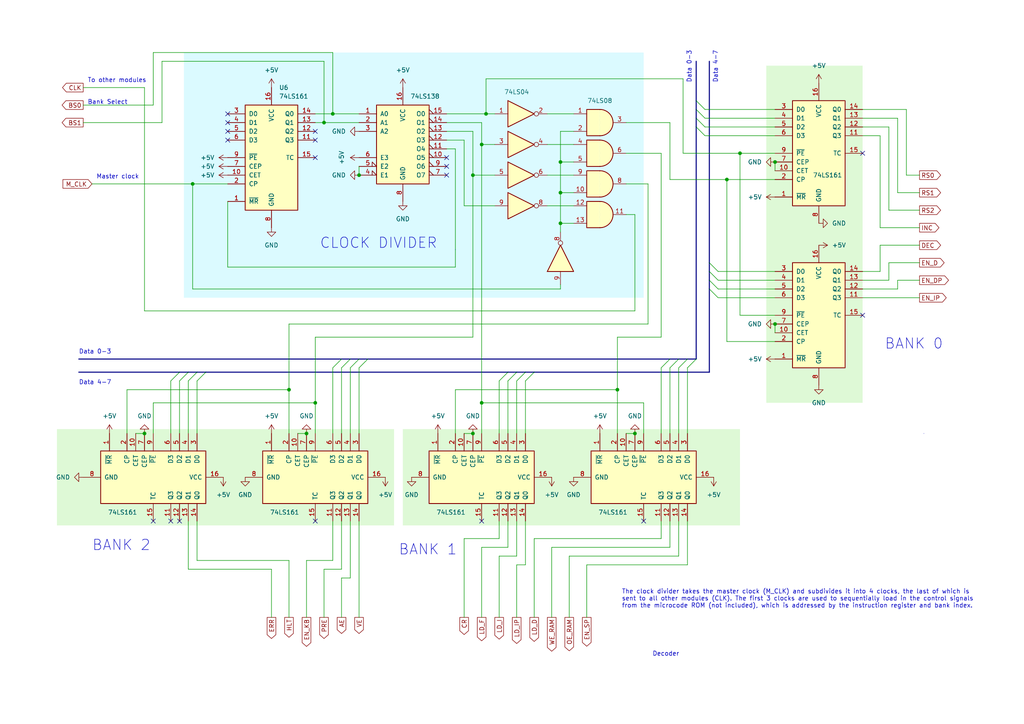
<source format=kicad_sch>
(kicad_sch (version 20230121) (generator eeschema)
  (paper "A4")
  (lib_symbols
    (symbol "74xx:74LS04"
      (property "Reference" "U" (at 0 1.27 0))
      (property "Value" "74LS04" (at 0 -1.27 0))
      (symbol "74LS04_1_0"
        (polyline (pts (xy -3.81 3.81) (xy -3.81 -3.81) (xy 3.81 0) (xy -3.81 3.81)) (stroke (width 0.254)) (fill (type background)))
        (pin input line (at -7.62 0 0) (length 3.81) (name "~") (number "1"))
        (pin output inverted (at 7.62 0 180) (length 3.81) (name "~") (number "2"))
      )
      (symbol "74LS04_2_0"
        (polyline (pts (xy -3.81 3.81) (xy -3.81 -3.81) (xy 3.81 0) (xy -3.81 3.81)) (stroke (width 0.254)) (fill (type background)))
        (pin input line (at -7.62 0 0) (length 3.81) (name "~") (number "3"))
        (pin output inverted (at 7.62 0 180) (length 3.81) (name "~") (number "4"))
      )
      (symbol "74LS04_3_0"
        (polyline (pts (xy -3.81 3.81) (xy -3.81 -3.81) (xy 3.81 0) (xy -3.81 3.81)) (stroke (width 0.254)) (fill (type background)))
        (pin input line (at -7.62 0 0) (length 3.81) (name "~") (number "5"))
        (pin output inverted (at 7.62 0 180) (length 3.81) (name "~") (number "6"))
      )
      (symbol "74LS04_4_0"
        (polyline (pts (xy -3.81 3.81) (xy -3.81 -3.81) (xy 3.81 0) (xy -3.81 3.81)) (stroke (width 0.254)) (fill (type background)))
        (pin output inverted (at 7.62 0 180) (length 3.81) (name "~") (number "8"))
        (pin input line (at -7.62 0 0) (length 3.81) (name "~") (number "9"))
      )
      (symbol "74LS04_5_0"
        (polyline (pts (xy -3.81 3.81) (xy -3.81 -3.81) (xy 3.81 0) (xy -3.81 3.81)) (stroke (width 0.254)) (fill (type background)))
        (pin output inverted (at 7.62 0 180) (length 3.81) (name "~") (number "10"))
        (pin input line (at -7.62 0 0) (length 3.81) (name "~") (number "11"))
      )
      (symbol "74LS04_6_0"
        (polyline (pts (xy -3.81 3.81) (xy -3.81 -3.81) (xy 3.81 0) (xy -3.81 3.81)) (stroke (width 0.254)) (fill (type background)))
        (pin output inverted (at 7.62 0 180) (length 3.81) (name "~") (number "12"))
        (pin input line (at -7.62 0 0) (length 3.81) (name "~") (number "13"))
      )
      (symbol "74LS04_7_0"
        (pin power_in line (at 0 12.7 270) (length 5.08) (name "VCC") (number "14"))
        (pin power_in line (at 0 -12.7 90) (length 5.08) (name "GND") (number "7"))
      )
      (symbol "74LS04_7_1"
        (rectangle (start -5.08 7.62) (end 5.08 -7.62) (stroke (width 0.254)) (fill (type background)))
      )
    )
    (symbol "74xx:74LS08" (pin_names (offset 1.016))
      (property "Reference" "U" (at 0 1.27 0))
      (property "Value" "74LS08" (at 0 -1.27 0))
      (symbol "74LS08_1_1"
        (arc (start 0 -3.81) (mid 3.7934 0) (end 0 3.81) (stroke (width 0.254)) (fill (type background)))
        (polyline (pts (xy 0 3.81) (xy -3.81 3.81) (xy -3.81 -3.81) (xy 0 -3.81)) (stroke (width 0.254)) (fill (type background)))
        (pin input line (at -7.62 2.54 0) (length 3.81) (name "~") (number "1"))
        (pin input line (at -7.62 -2.54 0) (length 3.81) (name "~") (number "2"))
        (pin output line (at 7.62 0 180) (length 3.81) (name "~") (number "3"))
      )
      (symbol "74LS08_1_2"
        (arc (start -3.81 -3.81) (mid -2.589 0) (end -3.81 3.81) (stroke (width 0.254)))
        (arc (start -0.6096 -3.81) (mid 2.1842 -2.5851) (end 3.81 0) (stroke (width 0.254)) (fill (type background)))
        (polyline (pts (xy -3.81 -3.81) (xy -0.635 -3.81)) (stroke (width 0.254)) (fill (type background)))
        (polyline (pts (xy -3.81 3.81) (xy -0.635 3.81)) (stroke (width 0.254)) (fill (type background)))
        (polyline (pts (xy -0.635 3.81) (xy -3.81 3.81) (xy -3.81 3.81) (xy -3.556 3.4036) (xy -3.0226 2.2606) (xy -2.6924 1.0414) (xy -2.6162 -0.254) (xy -2.7686 -1.4986) (xy -3.175 -2.7178) (xy -3.81 -3.81) (xy -3.81 -3.81) (xy -0.635 -3.81)) (stroke (width -25.4)) (fill (type background)))
        (arc (start 3.81 0) (mid 2.1915 2.5936) (end -0.6096 3.81) (stroke (width 0.254)) (fill (type background)))
        (pin input inverted (at -7.62 2.54 0) (length 4.318) (name "~") (number "1"))
        (pin input inverted (at -7.62 -2.54 0) (length 4.318) (name "~") (number "2"))
        (pin output inverted (at 7.62 0 180) (length 3.81) (name "~") (number "3"))
      )
      (symbol "74LS08_2_1"
        (arc (start 0 -3.81) (mid 3.7934 0) (end 0 3.81) (stroke (width 0.254)) (fill (type background)))
        (polyline (pts (xy 0 3.81) (xy -3.81 3.81) (xy -3.81 -3.81) (xy 0 -3.81)) (stroke (width 0.254)) (fill (type background)))
        (pin input line (at -7.62 2.54 0) (length 3.81) (name "~") (number "4"))
        (pin input line (at -7.62 -2.54 0) (length 3.81) (name "~") (number "5"))
        (pin output line (at 7.62 0 180) (length 3.81) (name "~") (number "6"))
      )
      (symbol "74LS08_2_2"
        (arc (start -3.81 -3.81) (mid -2.589 0) (end -3.81 3.81) (stroke (width 0.254)))
        (arc (start -0.6096 -3.81) (mid 2.1842 -2.5851) (end 3.81 0) (stroke (width 0.254)) (fill (type background)))
        (polyline (pts (xy -3.81 -3.81) (xy -0.635 -3.81)) (stroke (width 0.254)) (fill (type background)))
        (polyline (pts (xy -3.81 3.81) (xy -0.635 3.81)) (stroke (width 0.254)) (fill (type background)))
        (polyline (pts (xy -0.635 3.81) (xy -3.81 3.81) (xy -3.81 3.81) (xy -3.556 3.4036) (xy -3.0226 2.2606) (xy -2.6924 1.0414) (xy -2.6162 -0.254) (xy -2.7686 -1.4986) (xy -3.175 -2.7178) (xy -3.81 -3.81) (xy -3.81 -3.81) (xy -0.635 -3.81)) (stroke (width -25.4)) (fill (type background)))
        (arc (start 3.81 0) (mid 2.1915 2.5936) (end -0.6096 3.81) (stroke (width 0.254)) (fill (type background)))
        (pin input inverted (at -7.62 2.54 0) (length 4.318) (name "~") (number "4"))
        (pin input inverted (at -7.62 -2.54 0) (length 4.318) (name "~") (number "5"))
        (pin output inverted (at 7.62 0 180) (length 3.81) (name "~") (number "6"))
      )
      (symbol "74LS08_3_1"
        (arc (start 0 -3.81) (mid 3.7934 0) (end 0 3.81) (stroke (width 0.254)) (fill (type background)))
        (polyline (pts (xy 0 3.81) (xy -3.81 3.81) (xy -3.81 -3.81) (xy 0 -3.81)) (stroke (width 0.254)) (fill (type background)))
        (pin input line (at -7.62 -2.54 0) (length 3.81) (name "~") (number "10"))
        (pin output line (at 7.62 0 180) (length 3.81) (name "~") (number "8"))
        (pin input line (at -7.62 2.54 0) (length 3.81) (name "~") (number "9"))
      )
      (symbol "74LS08_3_2"
        (arc (start -3.81 -3.81) (mid -2.589 0) (end -3.81 3.81) (stroke (width 0.254)))
        (arc (start -0.6096 -3.81) (mid 2.1842 -2.5851) (end 3.81 0) (stroke (width 0.254)) (fill (type background)))
        (polyline (pts (xy -3.81 -3.81) (xy -0.635 -3.81)) (stroke (width 0.254)) (fill (type background)))
        (polyline (pts (xy -3.81 3.81) (xy -0.635 3.81)) (stroke (width 0.254)) (fill (type background)))
        (polyline (pts (xy -0.635 3.81) (xy -3.81 3.81) (xy -3.81 3.81) (xy -3.556 3.4036) (xy -3.0226 2.2606) (xy -2.6924 1.0414) (xy -2.6162 -0.254) (xy -2.7686 -1.4986) (xy -3.175 -2.7178) (xy -3.81 -3.81) (xy -3.81 -3.81) (xy -0.635 -3.81)) (stroke (width -25.4)) (fill (type background)))
        (arc (start 3.81 0) (mid 2.1915 2.5936) (end -0.6096 3.81) (stroke (width 0.254)) (fill (type background)))
        (pin input inverted (at -7.62 -2.54 0) (length 4.318) (name "~") (number "10"))
        (pin output inverted (at 7.62 0 180) (length 3.81) (name "~") (number "8"))
        (pin input inverted (at -7.62 2.54 0) (length 4.318) (name "~") (number "9"))
      )
      (symbol "74LS08_4_1"
        (arc (start 0 -3.81) (mid 3.7934 0) (end 0 3.81) (stroke (width 0.254)) (fill (type background)))
        (polyline (pts (xy 0 3.81) (xy -3.81 3.81) (xy -3.81 -3.81) (xy 0 -3.81)) (stroke (width 0.254)) (fill (type background)))
        (pin output line (at 7.62 0 180) (length 3.81) (name "~") (number "11"))
        (pin input line (at -7.62 2.54 0) (length 3.81) (name "~") (number "12"))
        (pin input line (at -7.62 -2.54 0) (length 3.81) (name "~") (number "13"))
      )
      (symbol "74LS08_4_2"
        (arc (start -3.81 -3.81) (mid -2.589 0) (end -3.81 3.81) (stroke (width 0.254)))
        (arc (start -0.6096 -3.81) (mid 2.1842 -2.5851) (end 3.81 0) (stroke (width 0.254)) (fill (type background)))
        (polyline (pts (xy -3.81 -3.81) (xy -0.635 -3.81)) (stroke (width 0.254)) (fill (type background)))
        (polyline (pts (xy -3.81 3.81) (xy -0.635 3.81)) (stroke (width 0.254)) (fill (type background)))
        (polyline (pts (xy -0.635 3.81) (xy -3.81 3.81) (xy -3.81 3.81) (xy -3.556 3.4036) (xy -3.0226 2.2606) (xy -2.6924 1.0414) (xy -2.6162 -0.254) (xy -2.7686 -1.4986) (xy -3.175 -2.7178) (xy -3.81 -3.81) (xy -3.81 -3.81) (xy -0.635 -3.81)) (stroke (width -25.4)) (fill (type background)))
        (arc (start 3.81 0) (mid 2.1915 2.5936) (end -0.6096 3.81) (stroke (width 0.254)) (fill (type background)))
        (pin output inverted (at 7.62 0 180) (length 3.81) (name "~") (number "11"))
        (pin input inverted (at -7.62 2.54 0) (length 4.318) (name "~") (number "12"))
        (pin input inverted (at -7.62 -2.54 0) (length 4.318) (name "~") (number "13"))
      )
      (symbol "74LS08_5_0"
        (pin power_in line (at 0 12.7 270) (length 5.08) (name "VCC") (number "14"))
        (pin power_in line (at 0 -12.7 90) (length 5.08) (name "GND") (number "7"))
      )
      (symbol "74LS08_5_1"
        (rectangle (start -5.08 7.62) (end 5.08 -7.62) (stroke (width 0.254)) (fill (type background)))
      )
    )
    (symbol "74xx:74LS138" (pin_names (offset 1.016))
      (property "Reference" "U" (at -7.62 11.43 0))
      (property "Value" "74LS138" (at -7.62 -13.97 0))
      (symbol "74LS138_1_0"
        (pin input line (at -12.7 7.62 0) (length 5.08) (name "A0") (number "1"))
        (pin output output_low (at 12.7 -5.08 180) (length 5.08) (name "O5") (number "10"))
        (pin output output_low (at 12.7 -2.54 180) (length 5.08) (name "O4") (number "11"))
        (pin output output_low (at 12.7 0 180) (length 5.08) (name "O3") (number "12"))
        (pin output output_low (at 12.7 2.54 180) (length 5.08) (name "O2") (number "13"))
        (pin output output_low (at 12.7 5.08 180) (length 5.08) (name "O1") (number "14"))
        (pin output output_low (at 12.7 7.62 180) (length 5.08) (name "O0") (number "15"))
        (pin power_in line (at 0 15.24 270) (length 5.08) (name "VCC") (number "16"))
        (pin input line (at -12.7 5.08 0) (length 5.08) (name "A1") (number "2"))
        (pin input line (at -12.7 2.54 0) (length 5.08) (name "A2") (number "3"))
        (pin input input_low (at -12.7 -10.16 0) (length 5.08) (name "E1") (number "4"))
        (pin input input_low (at -12.7 -7.62 0) (length 5.08) (name "E2") (number "5"))
        (pin input line (at -12.7 -5.08 0) (length 5.08) (name "E3") (number "6"))
        (pin output output_low (at 12.7 -10.16 180) (length 5.08) (name "O7") (number "7"))
        (pin power_in line (at 0 -17.78 90) (length 5.08) (name "GND") (number "8"))
        (pin output output_low (at 12.7 -7.62 180) (length 5.08) (name "O6") (number "9"))
      )
      (symbol "74LS138_1_1"
        (rectangle (start -7.62 10.16) (end 7.62 -12.7) (stroke (width 0.254)) (fill (type background)))
      )
    )
    (symbol "74xx:74LS161" (pin_names (offset 1.016))
      (property "Reference" "U" (at -7.62 16.51 0))
      (property "Value" "74LS161" (at -7.62 -16.51 0))
      (symbol "74LS161_1_0"
        (pin input line (at -12.7 -12.7 0) (length 5.08) (name "~{MR}") (number "1"))
        (pin input line (at -12.7 -5.08 0) (length 5.08) (name "CET") (number "10"))
        (pin output line (at 12.7 5.08 180) (length 5.08) (name "Q3") (number "11"))
        (pin output line (at 12.7 7.62 180) (length 5.08) (name "Q2") (number "12"))
        (pin output line (at 12.7 10.16 180) (length 5.08) (name "Q1") (number "13"))
        (pin output line (at 12.7 12.7 180) (length 5.08) (name "Q0") (number "14"))
        (pin output line (at 12.7 0 180) (length 5.08) (name "TC") (number "15"))
        (pin power_in line (at 0 20.32 270) (length 5.08) (name "VCC") (number "16"))
        (pin input line (at -12.7 -7.62 0) (length 5.08) (name "CP") (number "2"))
        (pin input line (at -12.7 12.7 0) (length 5.08) (name "D0") (number "3"))
        (pin input line (at -12.7 10.16 0) (length 5.08) (name "D1") (number "4"))
        (pin input line (at -12.7 7.62 0) (length 5.08) (name "D2") (number "5"))
        (pin input line (at -12.7 5.08 0) (length 5.08) (name "D3") (number "6"))
        (pin input line (at -12.7 -2.54 0) (length 5.08) (name "CEP") (number "7"))
        (pin power_in line (at 0 -20.32 90) (length 5.08) (name "GND") (number "8"))
        (pin input line (at -12.7 0 0) (length 5.08) (name "~{PE}") (number "9"))
      )
      (symbol "74LS161_1_1"
        (rectangle (start -7.62 15.24) (end 7.62 -15.24) (stroke (width 0.254)) (fill (type background)))
      )
    )
    (symbol "power:+5V" (power) (pin_names (offset 0))
      (property "Value" "+5V" (at 0 3.556 0))
      (symbol "+5V_0_1"
        (polyline (pts (xy -0.762 1.27) (xy 0 2.54)))
        (polyline (pts (xy 0 0) (xy 0 2.54)))
        (polyline (pts (xy 0 2.54) (xy 0.762 1.27)))
      )
      (symbol "+5V_1_1"
        (pin power_in line (at 0 0 90) (length 0) hide (name "+5V") (number "1"))
      )
    )
    (symbol "power:GND" (power) (pin_names (offset 0))
      (property "Value" "GND" (at 0 -3.81 0))
      (symbol "GND_0_1"
        (polyline (pts (xy 0 0) (xy 0 -1.27) (xy 1.27 -1.27) (xy 0 -2.54) (xy -1.27 -1.27) (xy 0 -1.27)))
      )
      (symbol "GND_1_1"
        (pin power_in line (at 0 0 270) (length 0) hide (name "GND") (number "1"))
      )
    )
  )
  (junction (at 140.97 33.02))
  (junction (at 104.14 50.8))
  (junction (at 137.16 50.8))
  (junction (at 83.82 113.03))
  (junction (at 224.79 93.98))
  (junction (at 88.9 125.73))
  (junction (at 139.7 116.84))
  (junction (at 139.7 41.91))
  (junction (at 162.56 46.99))
  (junction (at 184.15 125.73))
  (junction (at 179.07 113.03))
  (junction (at 214.63 44.45))
  (junction (at 41.91 125.73))
  (junction (at 93.98 35.56))
  (junction (at 91.44 116.84))
  (junction (at 162.56 55.88))
  (junction (at 210.82 52.07))
  (junction (at 137.16 125.73))
  (junction (at 55.88 53.34))
  (junction (at 96.52 33.02))
  (junction (at 162.56 64.77))
  (junction (at 224.79 46.99))
  (no_connect (at 91.44 151.13))
  (no_connect (at 66.04 38.1))
  (no_connect (at 66.04 40.64))
  (no_connect (at 52.07 151.13))
  (no_connect (at 129.54 50.8))
  (no_connect (at 129.54 45.72))
  (no_connect (at 91.44 45.72))
  (no_connect (at 250.19 91.44))
  (no_connect (at 66.04 33.02))
  (no_connect (at 129.54 48.26))
  (no_connect (at 186.69 151.13))
  (no_connect (at 49.53 151.13))
  (no_connect (at 139.7 151.13))
  (no_connect (at 44.45 151.13))
  (no_connect (at 66.04 35.56))
  (no_connect (at 91.44 40.64))
  (no_connect (at 91.44 38.1))
  (no_connect (at 250.19 44.45))
  (bus_entry (at 194.31 104.14) (size -2.54 2.54))
  (bus_entry (at 106.68 104.14) (size -2.54 2.54))
  (bus_entry (at 101.6 104.14) (size -2.54 2.54))
  (bus_entry (at 205.74 78.74) (size 2.54 2.54))
  (bus_entry (at 201.93 29.21) (size 2.54 2.54))
  (bus_entry (at 201.93 36.83) (size 2.54 2.54))
  (bus_entry (at 205.74 83.82) (size 2.54 2.54))
  (bus_entry (at 205.74 76.2) (size 2.54 2.54))
  (bus_entry (at 54.61 107.95) (size -2.54 2.54))
  (bus_entry (at 205.74 81.28) (size 2.54 2.54))
  (bus_entry (at 201.93 34.29) (size 2.54 2.54))
  (bus_entry (at 147.32 107.95) (size -2.54 2.54))
  (bus_entry (at 149.86 107.95) (size -2.54 2.54))
  (bus_entry (at 196.85 104.14) (size -2.54 2.54))
  (bus_entry (at 152.4 107.95) (size -2.54 2.54))
  (bus_entry (at 201.93 104.14) (size -2.54 2.54))
  (bus_entry (at 59.69 107.95) (size -2.54 2.54))
  (bus_entry (at 201.93 31.75) (size 2.54 2.54))
  (bus_entry (at 52.07 107.95) (size -2.54 2.54))
  (bus_entry (at 199.39 104.14) (size -2.54 2.54))
  (bus_entry (at 99.06 104.14) (size -2.54 2.54))
  (bus_entry (at 57.15 107.95) (size -2.54 2.54))
  (bus_entry (at 154.94 107.95) (size -2.54 2.54))
  (bus_entry (at 104.14 104.14) (size -2.54 2.54))
  (wire (pts (xy 214.63 44.45) (xy 224.79 44.45)))
  (wire (pts (xy 44.45 30.48) (xy 24.13 30.48)))
  (bus (pts (xy 205.74 81.28) (xy 205.74 83.82)))
  (bus (pts (xy 57.15 107.95) (xy 54.61 107.95)))
  (wire (pts (xy 208.28 78.74) (xy 224.79 78.74)))
  (wire (pts (xy 54.61 110.49) (xy 54.61 125.73)))
  (wire (pts (xy 140.97 33.02) (xy 140.97 22.86)))
  (wire (pts (xy 199.39 151.13) (xy 199.39 163.83)))
  (wire (pts (xy 257.81 60.96) (xy 266.7 60.96)))
  (bus (pts (xy 199.39 104.14) (xy 201.93 104.14)))
  (wire (pts (xy 162.56 82.55) (xy 162.56 83.82)))
  (wire (pts (xy 39.37 125.73) (xy 41.91 125.73)))
  (wire (pts (xy 158.75 33.02) (xy 166.37 33.02)))
  (bus (pts (xy 106.68 104.14) (xy 194.31 104.14)))
  (wire (pts (xy 139.7 35.56) (xy 139.7 41.91)))
  (wire (pts (xy 57.15 162.56) (xy 83.82 162.56)))
  (wire (pts (xy 191.77 156.21) (xy 191.77 151.13)))
  (wire (pts (xy 55.88 53.34) (xy 66.04 53.34)))
  (bus (pts (xy 52.07 107.95) (xy 54.61 107.95)))
  (wire (pts (xy 210.82 99.06) (xy 224.79 99.06)))
  (wire (pts (xy 24.13 25.4) (xy 41.91 25.4)))
  (wire (pts (xy 44.45 116.84) (xy 44.45 125.73)))
  (wire (pts (xy 186.69 116.84) (xy 186.69 125.73)))
  (wire (pts (xy 224.79 93.98) (xy 224.79 96.52)))
  (wire (pts (xy 257.81 76.2) (xy 266.7 76.2)))
  (wire (pts (xy 158.75 50.8) (xy 166.37 50.8)))
  (wire (pts (xy 101.6 106.68) (xy 101.6 125.73)))
  (wire (pts (xy 260.35 55.88) (xy 266.7 55.88)))
  (wire (pts (xy 132.08 125.73) (xy 132.08 113.03)))
  (wire (pts (xy 196.85 161.29) (xy 165.1 161.29)))
  (wire (pts (xy 181.61 125.73) (xy 184.15 125.73)))
  (wire (pts (xy 208.28 86.36) (xy 224.79 86.36)))
  (wire (pts (xy 147.32 151.13) (xy 147.32 158.75)))
  (wire (pts (xy 149.86 151.13) (xy 149.86 161.29)))
  (wire (pts (xy 134.62 125.73) (xy 137.16 125.73)))
  (wire (pts (xy 96.52 106.68) (xy 96.52 125.73)))
  (bus (pts (xy 22.86 104.14) (xy 99.06 104.14)))
  (wire (pts (xy 88.9 162.56) (xy 88.9 179.07)))
  (wire (pts (xy 91.44 35.56) (xy 93.98 35.56)))
  (wire (pts (xy 181.61 53.34) (xy 187.96 53.34)))
  (bus (pts (xy 154.94 107.95) (xy 205.74 107.95)))
  (wire (pts (xy 144.78 151.13) (xy 144.78 156.21)))
  (wire (pts (xy 187.96 93.98) (xy 83.82 93.98)))
  (wire (pts (xy 66.04 77.47) (xy 66.04 58.42)))
  (wire (pts (xy 194.31 158.75) (xy 160.02 158.75)))
  (wire (pts (xy 46.99 35.56) (xy 24.13 35.56)))
  (bus (pts (xy 201.93 29.21) (xy 201.93 31.75)))
  (wire (pts (xy 132.08 77.47) (xy 66.04 77.47)))
  (wire (pts (xy 139.7 158.75) (xy 139.7 179.07)))
  (wire (pts (xy 250.19 34.29) (xy 260.35 34.29)))
  (wire (pts (xy 139.7 116.84) (xy 139.7 125.73)))
  (wire (pts (xy 181.61 44.45) (xy 191.77 44.45)))
  (wire (pts (xy 104.14 151.13) (xy 104.14 179.07)))
  (bus (pts (xy 104.14 104.14) (xy 106.68 104.14)))
  (wire (pts (xy 204.47 34.29) (xy 224.79 34.29)))
  (wire (pts (xy 184.15 62.23) (xy 184.15 90.17)))
  (wire (pts (xy 181.61 35.56) (xy 194.31 35.56)))
  (wire (pts (xy 78.74 165.1) (xy 78.74 179.07)))
  (bus (pts (xy 201.93 34.29) (xy 201.93 36.83)))
  (wire (pts (xy 44.45 116.84) (xy 91.44 116.84)))
  (wire (pts (xy 91.44 116.84) (xy 91.44 125.73)))
  (bus (pts (xy 152.4 107.95) (xy 154.94 107.95)))
  (wire (pts (xy 250.19 81.28) (xy 257.81 81.28)))
  (wire (pts (xy 255.27 78.74) (xy 255.27 71.12)))
  (wire (pts (xy 91.44 33.02) (xy 96.52 33.02)))
  (wire (pts (xy 99.06 151.13) (xy 99.06 165.1)))
  (wire (pts (xy 250.19 36.83) (xy 257.81 36.83)))
  (wire (pts (xy 257.81 36.83) (xy 257.81 60.96)))
  (wire (pts (xy 96.52 33.02) (xy 96.52 15.24)))
  (wire (pts (xy 255.27 66.04) (xy 266.7 66.04)))
  (wire (pts (xy 132.08 43.18) (xy 132.08 77.47)))
  (wire (pts (xy 199.39 163.83) (xy 170.18 163.83)))
  (wire (pts (xy 162.56 64.77) (xy 166.37 64.77)))
  (wire (pts (xy 198.12 44.45) (xy 214.63 44.45)))
  (wire (pts (xy 204.47 31.75) (xy 224.79 31.75)))
  (bus (pts (xy 194.31 104.14) (xy 196.85 104.14)))
  (bus (pts (xy 149.86 107.95) (xy 152.4 107.95)))
  (wire (pts (xy 196.85 106.68) (xy 196.85 125.73)))
  (bus (pts (xy 57.15 107.95) (xy 59.69 107.95)))
  (wire (pts (xy 83.82 113.03) (xy 83.82 125.73)))
  (wire (pts (xy 54.61 151.13) (xy 54.61 165.1)))
  (wire (pts (xy 250.19 39.37) (xy 255.27 39.37)))
  (wire (pts (xy 224.79 46.99) (xy 224.79 49.53)))
  (wire (pts (xy 162.56 55.88) (xy 162.56 46.99)))
  (wire (pts (xy 255.27 71.12) (xy 266.7 71.12)))
  (bus (pts (xy 22.86 107.95) (xy 52.07 107.95)))
  (wire (pts (xy 191.77 106.68) (xy 191.77 125.73)))
  (wire (pts (xy 139.7 41.91) (xy 143.51 41.91)))
  (wire (pts (xy 41.91 90.17) (xy 184.15 90.17)))
  (wire (pts (xy 129.54 38.1) (xy 137.16 38.1)))
  (wire (pts (xy 36.83 113.03) (xy 83.82 113.03)))
  (wire (pts (xy 144.78 161.29) (xy 144.78 179.07)))
  (wire (pts (xy 93.98 165.1) (xy 93.98 179.07)))
  (wire (pts (xy 204.47 36.83) (xy 224.79 36.83)))
  (wire (pts (xy 96.52 162.56) (xy 88.9 162.56)))
  (wire (pts (xy 162.56 46.99) (xy 166.37 46.99)))
  (bus (pts (xy 196.85 104.14) (xy 199.39 104.14)))
  (bus (pts (xy 101.6 104.14) (xy 104.14 104.14)))
  (wire (pts (xy 162.56 46.99) (xy 162.56 38.1)))
  (wire (pts (xy 191.77 97.79) (xy 179.07 97.79)))
  (wire (pts (xy 152.4 163.83) (xy 152.4 151.13)))
  (wire (pts (xy 194.31 52.07) (xy 210.82 52.07)))
  (wire (pts (xy 52.07 110.49) (xy 52.07 125.73)))
  (wire (pts (xy 208.28 83.82) (xy 224.79 83.82)))
  (wire (pts (xy 262.89 31.75) (xy 262.89 50.8)))
  (wire (pts (xy 187.96 53.34) (xy 187.96 93.98)))
  (wire (pts (xy 162.56 67.31) (xy 162.56 64.77)))
  (wire (pts (xy 55.88 53.34) (xy 55.88 83.82)))
  (wire (pts (xy 162.56 64.77) (xy 162.56 55.88)))
  (wire (pts (xy 86.36 125.73) (xy 88.9 125.73)))
  (wire (pts (xy 208.28 81.28) (xy 224.79 81.28)))
  (wire (pts (xy 134.62 40.64) (xy 134.62 59.69)))
  (wire (pts (xy 96.52 33.02) (xy 104.14 33.02)))
  (wire (pts (xy 149.86 163.83) (xy 149.86 179.07)))
  (wire (pts (xy 55.88 83.82) (xy 162.56 83.82)))
  (wire (pts (xy 99.06 167.64) (xy 99.06 179.07)))
  (wire (pts (xy 158.75 59.69) (xy 166.37 59.69)))
  (wire (pts (xy 129.54 40.64) (xy 134.62 40.64)))
  (wire (pts (xy 137.16 97.79) (xy 91.44 97.79)))
  (wire (pts (xy 149.86 163.83) (xy 152.4 163.83)))
  (wire (pts (xy 191.77 44.45) (xy 191.77 97.79)))
  (wire (pts (xy 194.31 151.13) (xy 194.31 158.75)))
  (wire (pts (xy 214.63 91.44) (xy 224.79 91.44)))
  (wire (pts (xy 250.19 83.82) (xy 260.35 83.82)))
  (wire (pts (xy 137.16 38.1) (xy 137.16 50.8)))
  (wire (pts (xy 132.08 113.03) (xy 179.07 113.03)))
  (wire (pts (xy 41.91 25.4) (xy 41.91 90.17)))
  (wire (pts (xy 26.67 53.34) (xy 55.88 53.34)))
  (wire (pts (xy 44.45 15.24) (xy 44.45 30.48)))
  (wire (pts (xy 260.35 81.28) (xy 266.7 81.28)))
  (wire (pts (xy 154.94 156.21) (xy 154.94 179.07)))
  (wire (pts (xy 147.32 158.75) (xy 139.7 158.75)))
  (wire (pts (xy 57.15 151.13) (xy 57.15 162.56)))
  (wire (pts (xy 260.35 34.29) (xy 260.35 55.88)))
  (wire (pts (xy 93.98 17.78) (xy 46.99 17.78)))
  (wire (pts (xy 104.14 48.26) (xy 104.14 50.8)))
  (wire (pts (xy 83.82 93.98) (xy 83.82 113.03)))
  (wire (pts (xy 181.61 62.23) (xy 184.15 62.23)))
  (wire (pts (xy 99.06 165.1) (xy 93.98 165.1)))
  (wire (pts (xy 160.02 158.75) (xy 160.02 179.07)))
  (wire (pts (xy 91.44 97.79) (xy 91.44 116.84)))
  (wire (pts (xy 93.98 35.56) (xy 104.14 35.56)))
  (wire (pts (xy 194.31 106.68) (xy 194.31 125.73)))
  (bus (pts (xy 205.74 83.82) (xy 205.74 107.95)))
  (wire (pts (xy 101.6 151.13) (xy 101.6 167.64)))
  (wire (pts (xy 96.52 151.13) (xy 96.52 162.56)))
  (wire (pts (xy 140.97 33.02) (xy 143.51 33.02)))
  (bus (pts (xy 147.32 107.95) (xy 149.86 107.95)))
  (wire (pts (xy 129.54 35.56) (xy 139.7 35.56)))
  (wire (pts (xy 250.19 78.74) (xy 255.27 78.74)))
  (bus (pts (xy 205.74 17.78) (xy 205.74 76.2)))
  (wire (pts (xy 149.86 161.29) (xy 144.78 161.29)))
  (wire (pts (xy 165.1 161.29) (xy 165.1 179.07)))
  (wire (pts (xy 147.32 110.49) (xy 147.32 125.73)))
  (wire (pts (xy 137.16 50.8) (xy 137.16 97.79)))
  (wire (pts (xy 101.6 167.64) (xy 99.06 167.64)))
  (wire (pts (xy 162.56 38.1) (xy 166.37 38.1)))
  (wire (pts (xy 144.78 156.21) (xy 134.62 156.21)))
  (wire (pts (xy 46.99 17.78) (xy 46.99 35.56)))
  (wire (pts (xy 262.89 50.8) (xy 266.7 50.8)))
  (wire (pts (xy 129.54 33.02) (xy 140.97 33.02)))
  (bus (pts (xy 205.74 78.74) (xy 205.74 81.28)))
  (wire (pts (xy 162.56 55.88) (xy 166.37 55.88)))
  (wire (pts (xy 139.7 41.91) (xy 139.7 116.84)))
  (wire (pts (xy 104.14 106.68) (xy 104.14 125.73)))
  (bus (pts (xy 201.93 31.75) (xy 201.93 34.29)))
  (wire (pts (xy 196.85 151.13) (xy 196.85 161.29)))
  (wire (pts (xy 137.16 50.8) (xy 143.51 50.8)))
  (wire (pts (xy 250.19 31.75) (xy 262.89 31.75)))
  (wire (pts (xy 260.35 83.82) (xy 260.35 81.28)))
  (wire (pts (xy 149.86 110.49) (xy 149.86 125.73)))
  (wire (pts (xy 250.19 86.36) (xy 266.7 86.36)))
  (wire (pts (xy 199.39 106.68) (xy 199.39 125.73)))
  (wire (pts (xy 257.81 81.28) (xy 257.81 76.2)))
  (wire (pts (xy 179.07 97.79) (xy 179.07 113.03)))
  (bus (pts (xy 59.69 107.95) (xy 147.32 107.95)))
  (wire (pts (xy 198.12 22.86) (xy 198.12 44.45)))
  (wire (pts (xy 129.54 43.18) (xy 132.08 43.18)))
  (bus (pts (xy 201.93 17.78) (xy 201.93 29.21)))
  (bus (pts (xy 205.74 76.2) (xy 205.74 78.74)))
  (wire (pts (xy 36.83 125.73) (xy 36.83 113.03)))
  (wire (pts (xy 204.47 39.37) (xy 224.79 39.37)))
  (wire (pts (xy 54.61 165.1) (xy 78.74 165.1)))
  (wire (pts (xy 210.82 52.07) (xy 224.79 52.07)))
  (wire (pts (xy 191.77 156.21) (xy 154.94 156.21)))
  (wire (pts (xy 83.82 162.56) (xy 83.82 179.07)))
  (bus (pts (xy 201.93 36.83) (xy 201.93 104.14)))
  (wire (pts (xy 144.78 110.49) (xy 144.78 125.73)))
  (wire (pts (xy 255.27 39.37) (xy 255.27 66.04)))
  (wire (pts (xy 139.7 116.84) (xy 186.69 116.84)))
  (wire (pts (xy 210.82 52.07) (xy 210.82 99.06)))
  (wire (pts (xy 152.4 110.49) (xy 152.4 125.73)))
  (wire (pts (xy 134.62 59.69) (xy 143.51 59.69)))
  (wire (pts (xy 158.75 41.91) (xy 166.37 41.91)))
  (wire (pts (xy 93.98 35.56) (xy 93.98 17.78)))
  (bus (pts (xy 99.06 104.14) (xy 101.6 104.14)))
  (wire (pts (xy 194.31 35.56) (xy 194.31 52.07)))
  (wire (pts (xy 179.07 113.03) (xy 179.07 125.73)))
  (wire (pts (xy 49.53 110.49) (xy 49.53 125.73)))
  (wire (pts (xy 134.62 156.21) (xy 134.62 179.07)))
  (wire (pts (xy 170.18 163.83) (xy 170.18 179.07)))
  (wire (pts (xy 57.15 110.49) (xy 57.15 125.73)))
  (wire (pts (xy 214.63 44.45) (xy 214.63 91.44)))
  (wire (pts (xy 96.52 15.24) (xy 44.45 15.24)))
  (wire (pts (xy 99.06 106.68) (xy 99.06 125.73)))
  (wire (pts (xy 140.97 22.86) (xy 198.12 22.86)))
  (rectangle (start 116.84 124.46) (end 214.63 152.4) (stroke (width -0.0001)) (fill (type color) (color 63 222 17 0.168627451)))
  (rectangle (start 222.25 19.05) (end 250.19 116.84) (stroke (width -0.0001)) (fill (type color) (color 63 222 17 0.168627451)))
  (rectangle (start 53.34 15.24) (end 186.69 86.36) (stroke (width -0.0001)) (fill (type color) (color 14 223 255 0.15)))
  (rectangle (start 16.51 124.46) (end 114.3 152.4) (stroke (width -0.0001)) (fill (type color) (color 63 222 17 0.17)))
  (rectangle (start 132.08 72.39) (end 132.08 72.39))
  (rectangle (start 267.97 125.73) (end 267.97 125.73))
  (text "The clock divider takes the master clock (M_CLK) and subdivides it into 4 clocks, the last of which is \nsent to all other modules (CLK). The first 3 clocks are used to sequentially load in the control signals \nfrom the microcode ROM (not included), which is addressed by the instruction register and bank index." (at 180.34 176.53 0) (effects (font (size 1.27 1.27)) (justify left bottom)))
  (text "BANK 0" (at 256.54 101.6 0) (effects (font (size 3 3)) (justify left bottom)))
  (text "Data 4-7" (at 22.86 111.76 0) (effects (font (size 1.27 1.27)) (justify left bottom)))
  (text "Data 4-7" (at 208.28 24.13 90) (effects (font (size 1.27 1.27)) (justify left bottom)))
  (text "BANK 1" (at 115.57 161.29 0) (effects (font (size 3 3)) (justify left bottom)))
  (text "To other modules" (at 25.4 24.13 0) (effects (font (size 1.27 1.27)) (justify left bottom)))
  (text "Master clock" (at 27.94 52.07 0) (effects (font (size 1.27 1.27)) (justify left bottom)))
  (text "BANK 2" (at 26.67 160.02 0) (effects (font (size 3 3)) (justify left bottom)))
  (text "Data 0-3" (at 22.86 102.87 0) (effects (font (size 1.27 1.27)) (justify left bottom)))
  (text "Data 0-3" (at 200.66 24.13 90) (effects (font (size 1.27 1.27)) (justify left bottom)))
  (text "Bank Select" (at 25.4 30.48 0) (effects (font (size 1.27 1.27)) (justify left bottom)))
  (text "CLOCK DIVIDER" (at 92.71 72.39 0) (effects (font (size 3 3)) (justify left bottom)))
  (text "Decoder" (at 189.23 190.5 0) (effects (font (size 1.27 1.27)) (justify left bottom)))
  (global_label "CR" (shape output) (at 134.62 179.07 270) (property "Intersheetrefs" "${INTERSHEET_REFS}" (effects hide)))
  (global_label "LD_IP" (shape output) (at 149.86 179.07 270) (property "Intersheetrefs" "${INTERSHEET_REFS}" (effects hide)))
  (global_label "BS0" (shape output) (at 24.13 30.48 180) (property "Intersheetrefs" "${INTERSHEET_REFS}" (effects hide)))
  (global_label "LD_F" (shape output) (at 139.7 179.07 270) (property "Intersheetrefs" "${INTERSHEET_REFS}" (effects hide)))
  (global_label "AE" (shape output) (at 99.06 179.07 270) (property "Intersheetrefs" "${INTERSHEET_REFS}" (effects hide)))
  (global_label "EN_KB" (shape output) (at 88.9 179.07 270) (property "Intersheetrefs" "${INTERSHEET_REFS}" (effects hide)))
  (global_label "WE_RAM" (shape output) (at 160.02 179.07 270) (property "Intersheetrefs" "${INTERSHEET_REFS}" (effects hide)))
  (global_label "INC" (shape output) (at 266.7 66.04 0) (property "Intersheetrefs" "${INTERSHEET_REFS}" (effects hide)))
  (global_label "RS2" (shape output) (at 266.7 60.96 0) (property "Intersheetrefs" "${INTERSHEET_REFS}" (effects hide)))
  (global_label "LD_I" (shape output) (at 144.78 179.07 270) (property "Intersheetrefs" "${INTERSHEET_REFS}" (effects hide)))
  (global_label "LD_D" (shape output) (at 154.94 179.07 270) (property "Intersheetrefs" "${INTERSHEET_REFS}" (effects hide)))
  (global_label "EN_SP" (shape output) (at 170.18 179.07 270) (property "Intersheetrefs" "${INTERSHEET_REFS}" (effects hide)))
  (global_label "DEC" (shape output) (at 266.7 71.12 0) (property "Intersheetrefs" "${INTERSHEET_REFS}" (effects hide)))
  (global_label "EN_IP" (shape output) (at 266.7 86.36 0) (property "Intersheetrefs" "${INTERSHEET_REFS}" (effects hide)))
  (global_label "OE_RAM" (shape output) (at 165.1 179.07 270) (property "Intersheetrefs" "${INTERSHEET_REFS}" (effects hide)))
  (global_label "ERR" (shape output) (at 78.74 179.07 270) (property "Intersheetrefs" "${INTERSHEET_REFS}" (effects hide)))
  (global_label "CLK" (shape output) (at 24.13 25.4 180) (property "Intersheetrefs" "${INTERSHEET_REFS}" (effects hide)))
  (global_label "VE" (shape output) (at 104.14 179.07 270) (property "Intersheetrefs" "${INTERSHEET_REFS}" (effects hide)))
  (global_label "RS0" (shape output) (at 266.7 50.8 0) (property "Intersheetrefs" "${INTERSHEET_REFS}" (effects hide)))
  (global_label "HLT" (shape output) (at 83.82 179.07 270) (property "Intersheetrefs" "${INTERSHEET_REFS}" (effects hide)))
  (global_label "EN_D" (shape output) (at 266.7 76.2 0) (property "Intersheetrefs" "${INTERSHEET_REFS}" (effects hide)))
  (global_label "RS1" (shape output) (at 266.7 55.88 0) (property "Intersheetrefs" "${INTERSHEET_REFS}" (effects hide)))
  (global_label "EN_DP" (shape output) (at 266.7 81.28 0) (property "Intersheetrefs" "${INTERSHEET_REFS}" (effects hide)))
  (global_label "M_CLK" (shape input) (at 26.67 53.34 180) (property "Intersheetrefs" "${INTERSHEET_REFS}" (effects hide)))
  (global_label "PRE" (shape output) (at 93.98 179.07 270) (property "Intersheetrefs" "${INTERSHEET_REFS}" (effects hide)))
  (global_label "BS1" (shape output) (at 24.13 35.56 180) (property "Intersheetrefs" "${INTERSHEET_REFS}" (effects hide)))
  (symbol (lib_id "power:GND") (at 71.12 138.43 0) (unit 1)
    (property "Reference" "#PWR023" (effects hide))
    (property "Value" "GND" (at 71.12 143.51 0))
  )
  (symbol (lib_id "74xx:74LS08") (at 173.99 44.45 0) (unit 2)
    (property "Reference" "U4" (effects hide))
    (property "Value" "74LS08" (effects hide))
    (property "Datasheet" "http://www.ti.com/lit/gpn/sn74LS08" (effects hide))
  )
  (symbol (lib_id "74xx:74LS08") (at 173.99 35.56 0) (unit 1)
    (property "Reference" "U4" (effects hide))
    (property "Value" "74LS08" (at 173.9817 29.21 0))
    (property "Datasheet" "http://www.ti.com/lit/gpn/sn74LS08" (effects hide))
  )
  (symbol (lib_id "power:+5V") (at 127 125.73 0) (unit 1)
    (property "Reference" "#PWR031" (effects hide))
    (property "Value" "+5V" (at 127 120.65 0))
  )
  (symbol (lib_id "74xx:74LS08") (at 173.99 62.23 0) (unit 4)
    (property "Reference" "U4" (effects hide))
    (property "Value" "74LS08" (effects hide))
    (property "Datasheet" "http://www.ti.com/lit/gpn/sn74LS08" (effects hide))
  )
  (symbol (lib_id "power:+5V") (at 66.04 45.72 90) (unit 1)
    (property "Reference" "#PWR011" (effects hide))
    (property "Value" "+5V" (at 62.23 45.72 90) (effects (justify left)))
  )
  (symbol (lib_id "74xx:74LS08") (at 173.99 53.34 0) (unit 3)
    (property "Reference" "U4" (effects hide))
    (property "Value" "74LS08" (effects hide))
    (property "Datasheet" "http://www.ti.com/lit/gpn/sn74LS08" (effects hide))
  )
  (symbol (lib_id "power:+5V") (at 224.79 104.14 90) (unit 1)
    (property "Reference" "#PWR033" (effects hide))
    (property "Value" "+5V" (at 220.98 104.14 90) (effects (justify left)))
  )
  (symbol (lib_id "74xx:74LS04") (at 151.13 41.91 0) (unit 2)
    (property "Reference" "U3" (effects hide))
    (property "Value" "74LS04" (effects hide))
    (property "Datasheet" "http://www.ti.com/lit/gpn/sn74LS04" (effects hide))
  )
  (symbol (lib_id "74xx:74LS04") (at 151.13 33.02 0) (unit 1)
    (property "Reference" "U3" (effects hide))
    (property "Value" "74LS04" (at 149.86 26.67 0))
    (property "Datasheet" "http://www.ti.com/lit/gpn/sn74LS04" (effects hide))
  )
  (symbol (lib_id "power:GND") (at 88.9 125.73 0) (mirror x) (unit 1)
    (property "Reference" "#PWR04" (effects hide))
    (property "Value" "GND" (at 88.9 120.65 0))
  )
  (symbol (lib_id "power:GND") (at 184.15 125.73 0) (mirror x) (unit 1)
    (property "Reference" "#PWR015" (effects hide))
    (property "Value" "GND" (at 184.15 120.65 0))
  )
  (symbol (lib_id "power:+5V") (at 104.14 45.72 90) (unit 1)
    (property "Reference" "#PWR010" (effects hide))
    (property "Value" "+5V" (at 99.06 45.72 0))
  )
  (symbol (lib_id "power:GND") (at 224.79 46.99 270) (unit 1)
    (property "Reference" "#PWR017" (effects hide))
    (property "Value" "GND" (at 220.98 46.99 90) (effects (justify right)))
  )
  (symbol (lib_id "power:GND") (at 224.79 93.98 270) (unit 1)
    (property "Reference" "#PWR016" (effects hide))
    (property "Value" "GND" (at 220.98 93.98 90) (effects (justify right)))
  )
  (symbol (lib_id "power:+5V") (at 116.84 25.4 0) (unit 1)
    (property "Reference" "#PWR08" (effects hide))
    (property "Value" "+5V" (at 116.84 20.32 0))
  )
  (symbol (lib_id "power:GND") (at 119.38 138.43 0) (unit 1)
    (property "Reference" "#PWR022" (effects hide))
    (property "Value" "GND" (at 119.38 143.51 0))
  )
  (symbol (lib_id "power:+5V") (at 78.74 125.73 0) (unit 1)
    (property "Reference" "#PWR030" (effects hide))
    (property "Value" "+5V" (at 78.74 120.65 0))
  )
  (symbol (lib_id "power:+5V") (at 66.04 48.26 90) (unit 1)
    (property "Reference" "#PWR013" (effects hide))
    (property "Value" "+5V" (at 62.23 48.26 90) (effects (justify left)))
  )
  (symbol (lib_id "power:GND") (at 104.14 38.1 270) (unit 1)
    (property "Reference" "#PWR02" (effects hide))
    (property "Value" "GND" (at 100.33 38.1 90) (effects (justify right)))
  )
  (symbol (lib_id "74xx:74LS161") (at 78.74 45.72 0) (unit 1)
    (property "Reference" "U6" (at 80.9341 25.4 0) (effects (justify left)))
    (property "Value" "74LS161" (at 80.9341 27.94 0) (effects (justify left)))
    (property "Datasheet" "http://www.ti.com/lit/gpn/sn74LS161" (effects hide))
  )
  (symbol (lib_id "power:+5V") (at 66.04 50.8 90) (unit 1)
    (property "Reference" "#PWR012" (effects hide))
    (property "Value" "+5V" (at 62.23 50.8 90) (effects (justify left)))
  )
  (symbol (lib_id "power:GND") (at 237.49 64.77 90) (unit 1)
    (property "Reference" "#PWR019" (effects hide))
    (property "Value" "GND" (at 241.3 64.77 90) (effects (justify right)))
  )
  (symbol (lib_id "power:GND") (at 166.37 138.43 0) (unit 1)
    (property "Reference" "#PWR021" (effects hide))
    (property "Value" "GND" (at 166.37 143.51 0))
  )
  (symbol (lib_id "74xx:74LS138") (at 116.84 40.64 0) (unit 1)
    (property "Reference" "U1" (effects hide))
    (property "Value" "74LS138" (at 119.0341 27.94 0) (effects (justify left)))
    (property "Datasheet" "http://www.ti.com/lit/gpn/sn74LS138" (effects hide))
  )
  (symbol (lib_id "74xx:74LS04") (at 162.56 74.93 90) (unit 4)
    (property "Reference" "U5" (effects hide))
    (property "Value" "74LS04" (effects hide))
    (property "Datasheet" "http://www.ti.com/lit/gpn/sn74LS04" (effects hide))
  )
  (symbol (lib_id "power:GND") (at 116.84 58.42 0) (unit 1)
    (property "Reference" "#PWR07" (effects hide))
    (property "Value" "GND" (at 116.84 63.5 0))
  )
  (symbol (lib_id "power:+5V") (at 224.79 57.15 90) (unit 1)
    (property "Reference" "#PWR034" (effects hide))
    (property "Value" "+5V" (at 220.98 57.15 90) (effects (justify left)))
  )
  (symbol (lib_id "74xx:74LS161") (at 91.44 138.43 270) (unit 1)
    (property "Reference" "U7" (effects hide))
    (property "Value" "74LS161" (at 82.55 148.59 90))
    (property "Datasheet" "http://www.ti.com/lit/gpn/sn74LS161" (effects hide))
  )
  (symbol (lib_id "power:GND") (at 104.14 50.8 270) (unit 1)
    (property "Reference" "#PWR09" (effects hide))
    (property "Value" "GND" (at 100.33 50.8 90) (effects (justify right)))
  )
  (symbol (lib_id "74xx:74LS161") (at 237.49 91.44 0) (unit 1)
    (property "Reference" "U10" (effects hide))
    (property "Value" "74LS161" (effects hide))
    (property "Datasheet" "http://www.ti.com/lit/gpn/sn74LS161" (effects hide))
  )
  (symbol (lib_id "74xx:74LS04") (at 151.13 59.69 0) (unit 4)
    (property "Reference" "U3" (effects hide))
    (property "Value" "74LS04" (effects hide))
    (property "Datasheet" "http://www.ti.com/lit/gpn/sn74LS04" (effects hide))
  )
  (symbol (lib_id "power:+5V") (at 111.76 138.43 180) (unit 1)
    (property "Reference" "#PWR024" (effects hide))
    (property "Value" "+5V" (at 111.76 143.51 0))
  )
  (symbol (lib_id "power:+5V") (at 237.49 24.13 0) (unit 1)
    (property "Reference" "#PWR028" (effects hide))
    (property "Value" "+5V" (at 237.49 19.05 0))
  )
  (symbol (lib_id "74xx:74LS04") (at 151.13 50.8 0) (unit 3)
    (property "Reference" "U3" (effects hide))
    (property "Value" "74LS04" (effects hide))
    (property "Datasheet" "http://www.ti.com/lit/gpn/sn74LS04" (effects hide))
  )
  (symbol (lib_id "power:+5V") (at 78.74 25.4 0) (unit 1)
    (property "Reference" "#PWR014" (effects hide))
    (property "Value" "+5V" (at 78.74 20.32 0))
  )
  (symbol (lib_id "power:+5V") (at 237.49 71.12 270) (unit 1)
    (property "Reference" "#PWR027" (effects hide))
    (property "Value" "+5V" (at 241.3 71.12 90) (effects (justify left)))
  )
  (symbol (lib_id "power:GND") (at 237.49 111.76 0) (unit 1)
    (property "Reference" "#PWR018" (effects hide))
    (property "Value" "GND" (at 237.49 116.84 0))
  )
  (symbol (lib_id "power:GND") (at 24.13 138.43 270) (unit 1)
    (property "Reference" "#PWR01" (effects hide))
    (property "Value" "GND" (at 20.32 138.43 90) (effects (justify right)))
  )
  (symbol (lib_id "74xx:74LS161") (at 44.45 138.43 270) (unit 1)
    (property "Reference" "U2" (effects hide))
    (property "Value" "74LS161" (at 35.56 148.59 90))
    (property "Datasheet" "http://www.ti.com/lit/gpn/sn74LS161" (effects hide))
  )
  (symbol (lib_id "74xx:74LS161") (at 186.69 138.43 270) (unit 1)
    (property "Reference" "U9" (effects hide))
    (property "Value" "74LS161" (at 177.8 148.59 90))
    (property "Datasheet" "http://www.ti.com/lit/gpn/sn74LS161" (effects hide))
  )
  (symbol (lib_id "power:GND") (at 78.74 66.04 0) (unit 1)
    (property "Reference" "#PWR05" (effects hide))
    (property "Value" "GND" (at 78.74 71.12 0))
  )
  (symbol (lib_id "74xx:74LS161") (at 139.7 138.43 270) (unit 1)
    (property "Reference" "U8" (effects hide))
    (property "Value" "74LS161" (at 130.81 148.59 90))
    (property "Datasheet" "http://www.ti.com/lit/gpn/sn74LS161" (effects hide))
  )
  (symbol (lib_id "power:GND") (at 137.16 125.73 0) (mirror x) (unit 1)
    (property "Reference" "#PWR06" (effects hide))
    (property "Value" "GND" (at 137.16 120.65 0))
  )
  (symbol (lib_id "power:+5V") (at 207.01 138.43 180) (unit 1)
    (property "Reference" "#PWR026" (effects hide))
    (property "Value" "+5V" (at 207.01 143.51 0))
  )
  (symbol (lib_id "power:+5V") (at 160.02 138.43 180) (unit 1)
    (property "Reference" "#PWR025" (effects hide))
    (property "Value" "+5V" (at 160.02 143.51 0))
  )
  (symbol (lib_id "power:+5V") (at 31.75 125.73 0) (unit 1)
    (property "Reference" "#PWR029" (effects hide))
    (property "Value" "+5V" (at 31.75 120.65 0))
  )
  (symbol (lib_id "power:+5V") (at 173.99 125.73 0) (unit 1)
    (property "Reference" "#PWR032" (effects hide))
    (property "Value" "+5V" (at 173.99 120.65 0))
  )
  (symbol (lib_id "power:GND") (at 41.91 125.73 180) (unit 1)
    (property "Reference" "#PWR03" (effects hide))
    (property "Value" "GND" (at 41.91 120.65 0))
  )
  (symbol (lib_id "power:+5V") (at 64.77 138.43 180) (unit 1)
    (property "Reference" "#PWR020" (effects hide))
    (property "Value" "+5V" (at 64.77 143.51 0))
  )
  (symbol (lib_id "74xx:74LS161") (at 237.49 44.45 0) (unit 1)
    (property "Reference" "U11" (effects hide))
    (property "Value" "74LS161" (at 240.03 50.8 0))
    (property "Datasheet" "http://www.ti.com/lit/gpn/sn74LS161" (effects hide))
  )
)
</source>
